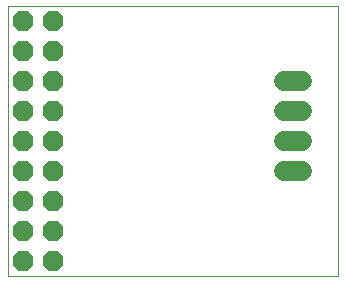
<source format=gts>
G75*
G70*
%OFA0B0*%
%FSLAX24Y24*%
%IPPOS*%
%LPD*%
%AMOC8*
5,1,8,0,0,1.08239X$1,22.5*
%
%ADD10C,0.0000*%
%ADD11C,0.0674*%
%ADD12OC8,0.0680*%
D10*
X000151Y000151D02*
X000151Y009151D01*
X011151Y009151D01*
X011151Y000151D01*
X000151Y000151D01*
D11*
X009354Y003651D02*
X009948Y003651D01*
X009948Y004651D02*
X009354Y004651D01*
X009354Y005651D02*
X009948Y005651D01*
X009948Y006651D02*
X009354Y006651D01*
D12*
X001651Y006651D03*
X000651Y006651D03*
X000651Y005651D03*
X001651Y005651D03*
X001651Y004651D03*
X000651Y004651D03*
X000651Y003651D03*
X001651Y003651D03*
X001651Y002651D03*
X000651Y002651D03*
X000651Y001651D03*
X001651Y001651D03*
X001651Y000651D03*
X000651Y000651D03*
X000651Y007651D03*
X001651Y007651D03*
X001651Y008651D03*
X000651Y008651D03*
M02*

</source>
